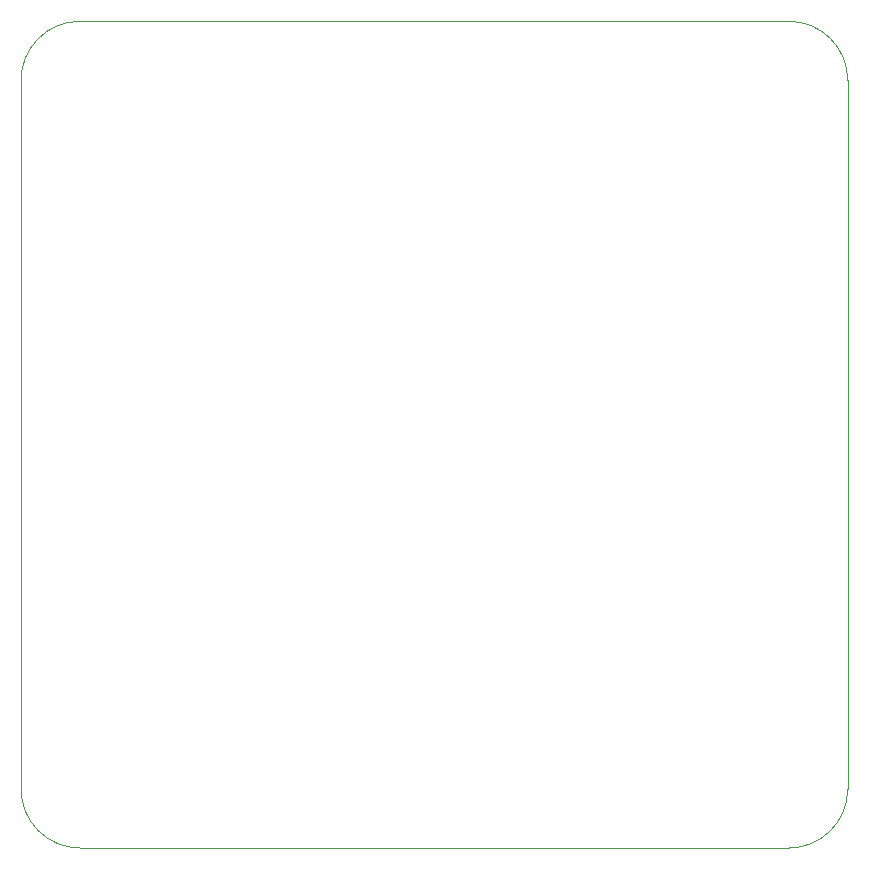
<source format=gbr>
%TF.GenerationSoftware,KiCad,Pcbnew,8.0.3-8.0.3-0~ubuntu24.04.1*%
%TF.CreationDate,2024-06-13T22:02:12+05:00*%
%TF.ProjectId,solartap_mcu_clear,736f6c61-7274-4617-905f-6d63755f636c,rev?*%
%TF.SameCoordinates,Original*%
%TF.FileFunction,Profile,NP*%
%FSLAX46Y46*%
G04 Gerber Fmt 4.6, Leading zero omitted, Abs format (unit mm)*
G04 Created by KiCad (PCBNEW 8.0.3-8.0.3-0~ubuntu24.04.1) date 2024-06-13 22:02:12*
%MOMM*%
%LPD*%
G01*
G04 APERTURE LIST*
%TA.AperFunction,Profile*%
%ADD10C,0.050000*%
%TD*%
G04 APERTURE END LIST*
D10*
X130000000Y-45000000D02*
X130000000Y-105000000D01*
X65000000Y-40000000D02*
X125000000Y-40000000D01*
X60000000Y-105000000D02*
X60000000Y-45000000D01*
X125000000Y-110000000D02*
X65000000Y-110000000D01*
X125000000Y-40000000D02*
G75*
G02*
X130000000Y-45000000I0J-5000000D01*
G01*
X60000000Y-45000000D02*
G75*
G02*
X65000000Y-40000000I5000000J0D01*
G01*
X130000000Y-105000000D02*
G75*
G02*
X125000000Y-110000000I-5000000J0D01*
G01*
X65000000Y-110000000D02*
G75*
G02*
X60000000Y-105000000I0J5000000D01*
G01*
M02*

</source>
